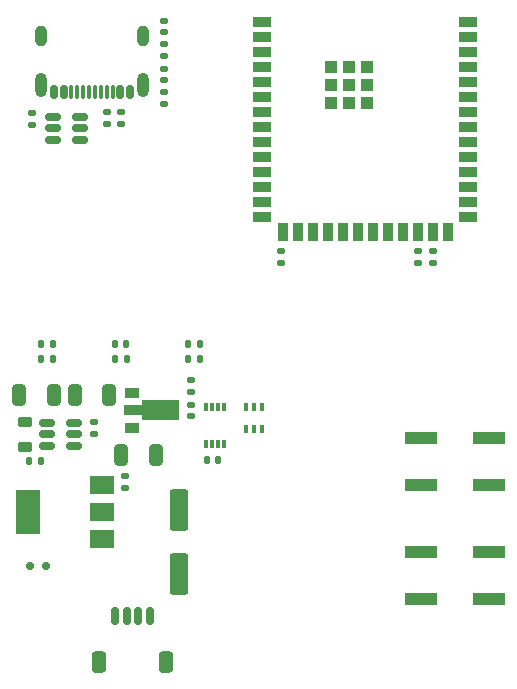
<source format=gtp>
G04 #@! TF.GenerationSoftware,KiCad,Pcbnew,8.0.6*
G04 #@! TF.CreationDate,2024-11-01T18:46:05+01:00*
G04 #@! TF.ProjectId,esp32s3board,65737033-3273-4336-926f-6172642e6b69,A*
G04 #@! TF.SameCoordinates,Original*
G04 #@! TF.FileFunction,Paste,Top*
G04 #@! TF.FilePolarity,Positive*
%FSLAX46Y46*%
G04 Gerber Fmt 4.6, Leading zero omitted, Abs format (unit mm)*
G04 Created by KiCad (PCBNEW 8.0.6) date 2024-11-01 18:46:05*
%MOMM*%
%LPD*%
G01*
G04 APERTURE LIST*
G04 Aperture macros list*
%AMRoundRect*
0 Rectangle with rounded corners*
0 $1 Rounding radius*
0 $2 $3 $4 $5 $6 $7 $8 $9 X,Y pos of 4 corners*
0 Add a 4 corners polygon primitive as box body*
4,1,4,$2,$3,$4,$5,$6,$7,$8,$9,$2,$3,0*
0 Add four circle primitives for the rounded corners*
1,1,$1+$1,$2,$3*
1,1,$1+$1,$4,$5*
1,1,$1+$1,$6,$7*
1,1,$1+$1,$8,$9*
0 Add four rect primitives between the rounded corners*
20,1,$1+$1,$2,$3,$4,$5,0*
20,1,$1+$1,$4,$5,$6,$7,0*
20,1,$1+$1,$6,$7,$8,$9,0*
20,1,$1+$1,$8,$9,$2,$3,0*%
%AMFreePoly0*
4,1,9,3.862500,-0.866500,0.737500,-0.866500,0.737500,-0.450000,-0.737500,-0.450000,-0.737500,0.450000,0.737500,0.450000,0.737500,0.866500,3.862500,0.866500,3.862500,-0.866500,3.862500,-0.866500,$1*%
G04 Aperture macros list end*
%ADD10RoundRect,0.140000X-0.170000X0.140000X-0.170000X-0.140000X0.170000X-0.140000X0.170000X0.140000X0*%
%ADD11RoundRect,0.135000X0.135000X0.185000X-0.135000X0.185000X-0.135000X-0.185000X0.135000X-0.185000X0*%
%ADD12RoundRect,0.147500X-0.147500X-0.172500X0.147500X-0.172500X0.147500X0.172500X-0.147500X0.172500X0*%
%ADD13RoundRect,0.135000X-0.185000X0.135000X-0.185000X-0.135000X0.185000X-0.135000X0.185000X0.135000X0*%
%ADD14RoundRect,0.250000X0.325000X0.650000X-0.325000X0.650000X-0.325000X-0.650000X0.325000X-0.650000X0*%
%ADD15RoundRect,0.140000X-0.140000X-0.170000X0.140000X-0.170000X0.140000X0.170000X-0.140000X0.170000X0*%
%ADD16RoundRect,0.150000X0.150000X0.425000X-0.150000X0.425000X-0.150000X-0.425000X0.150000X-0.425000X0*%
%ADD17RoundRect,0.075000X0.075000X0.500000X-0.075000X0.500000X-0.075000X-0.500000X0.075000X-0.500000X0*%
%ADD18O,1.000000X2.100000*%
%ADD19O,1.000000X1.800000*%
%ADD20RoundRect,0.150000X0.512500X0.150000X-0.512500X0.150000X-0.512500X-0.150000X0.512500X-0.150000X0*%
%ADD21RoundRect,0.140000X0.170000X-0.140000X0.170000X0.140000X-0.170000X0.140000X-0.170000X-0.140000X0*%
%ADD22R,2.750000X1.000000*%
%ADD23RoundRect,0.150000X0.150000X0.200000X-0.150000X0.200000X-0.150000X-0.200000X0.150000X-0.200000X0*%
%ADD24RoundRect,0.135000X0.185000X-0.135000X0.185000X0.135000X-0.185000X0.135000X-0.185000X-0.135000X0*%
%ADD25RoundRect,0.150000X-0.150000X-0.625000X0.150000X-0.625000X0.150000X0.625000X-0.150000X0.625000X0*%
%ADD26RoundRect,0.250000X-0.350000X-0.650000X0.350000X-0.650000X0.350000X0.650000X-0.350000X0.650000X0*%
%ADD27RoundRect,0.250000X-0.550000X1.500000X-0.550000X-1.500000X0.550000X-1.500000X0.550000X1.500000X0*%
%ADD28R,2.000000X1.500000*%
%ADD29R,2.000000X3.800000*%
%ADD30R,0.300000X0.800000*%
%ADD31RoundRect,0.140000X0.140000X0.170000X-0.140000X0.170000X-0.140000X-0.170000X0.140000X-0.170000X0*%
%ADD32R,1.300000X0.900000*%
%ADD33FreePoly0,0.000000*%
%ADD34R,0.400000X0.650000*%
%ADD35R,1.500000X0.900000*%
%ADD36R,0.900000X1.500000*%
%ADD37R,1.000000X1.000000*%
%ADD38RoundRect,0.218750X0.381250X-0.218750X0.381250X0.218750X-0.381250X0.218750X-0.381250X-0.218750X0*%
G04 APERTURE END LIST*
D10*
X94234000Y-39906000D03*
X94234000Y-40866000D03*
D11*
X97284000Y-64516000D03*
X96264000Y-64516000D03*
D12*
X96289000Y-63246000D03*
X97259000Y-63246000D03*
D13*
X90551000Y-43559000D03*
X90551000Y-44579000D03*
D14*
X93550000Y-72644000D03*
X90600000Y-72644000D03*
D15*
X82832000Y-73152000D03*
X83792000Y-73152000D03*
D13*
X89408000Y-43559000D03*
X89408000Y-44579000D03*
D16*
X91338000Y-41907000D03*
X90538000Y-41907000D03*
D17*
X89388000Y-41907000D03*
X88388000Y-41907000D03*
X87888000Y-41907000D03*
X86888000Y-41907000D03*
D16*
X85738000Y-41907000D03*
X84938000Y-41907000D03*
X84938000Y-41907000D03*
X85738000Y-41907000D03*
D17*
X86388000Y-41907000D03*
X87388000Y-41907000D03*
X88888000Y-41907000D03*
X89888000Y-41907000D03*
D16*
X90538000Y-41907000D03*
X91338000Y-41907000D03*
D18*
X92458000Y-41332000D03*
D19*
X92458000Y-37152000D03*
D18*
X83818000Y-41332000D03*
D19*
X83818000Y-37152000D03*
D20*
X87116500Y-45908000D03*
X87116500Y-44958000D03*
X87116500Y-44008000D03*
X84841500Y-44008000D03*
X84841500Y-44958000D03*
X84841500Y-45908000D03*
D21*
X94234000Y-36802000D03*
X94234000Y-35842000D03*
D22*
X115992000Y-80804000D03*
X121752000Y-80804000D03*
X115992000Y-84804000D03*
X121752000Y-84804000D03*
D11*
X91061000Y-64516000D03*
X90041000Y-64516000D03*
D23*
X82866000Y-82042000D03*
X84266000Y-82042000D03*
D21*
X96520000Y-69314000D03*
X96520000Y-68354000D03*
D24*
X90932000Y-75440000D03*
X90932000Y-74420000D03*
D25*
X90067000Y-86265000D03*
X91067000Y-86265000D03*
X92067000Y-86265000D03*
X93067000Y-86265000D03*
D26*
X88767000Y-90140000D03*
X94367000Y-90140000D03*
D27*
X95504000Y-77310000D03*
X95504000Y-82710000D03*
D28*
X89002000Y-79770000D03*
X89002000Y-77470000D03*
X89002000Y-75170000D03*
D29*
X82702000Y-77470000D03*
D30*
X97802000Y-71654000D03*
X98302000Y-71654000D03*
X98802000Y-71654000D03*
X99302000Y-71654000D03*
X99302000Y-68554000D03*
X98802000Y-68554000D03*
X98302000Y-68554000D03*
X97802000Y-68554000D03*
D31*
X98806000Y-73025000D03*
X97846000Y-73025000D03*
D13*
X83058000Y-43686000D03*
X83058000Y-44706000D03*
D32*
X91522000Y-67334000D03*
D33*
X91609500Y-68834000D03*
D32*
X91522000Y-70334000D03*
D13*
X96520000Y-66292000D03*
X96520000Y-67312000D03*
X116967000Y-55370000D03*
X116967000Y-56390000D03*
D22*
X115992000Y-71152000D03*
X121752000Y-71152000D03*
X115992000Y-75152000D03*
X121752000Y-75152000D03*
D12*
X83843000Y-63246000D03*
X84813000Y-63246000D03*
D20*
X86608500Y-71816000D03*
X86608500Y-70866000D03*
X86608500Y-69916000D03*
X84333500Y-69916000D03*
X84333500Y-70866000D03*
X84333500Y-71816000D03*
D24*
X94234000Y-42928000D03*
X94234000Y-41908000D03*
D34*
X102504000Y-68519000D03*
X101854000Y-68519000D03*
X101204000Y-68519000D03*
X101204000Y-70419000D03*
X101854000Y-70419000D03*
X102504000Y-70419000D03*
D14*
X84914000Y-67564000D03*
X81964000Y-67564000D03*
D12*
X90066000Y-63246000D03*
X91036000Y-63246000D03*
D11*
X84838000Y-64516000D03*
X83818000Y-64516000D03*
D13*
X94234000Y-37844000D03*
X94234000Y-38864000D03*
D24*
X104140000Y-56390000D03*
X104140000Y-55370000D03*
D35*
X102502000Y-35936000D03*
X102502000Y-37206000D03*
X102502000Y-38476000D03*
X102502000Y-39746000D03*
X102502000Y-41016000D03*
X102502000Y-42286000D03*
X102502000Y-43556000D03*
X102502000Y-44826000D03*
X102502000Y-46096000D03*
X102502000Y-47366000D03*
X102502000Y-48636000D03*
X102502000Y-49906000D03*
X102502000Y-51176000D03*
X102502000Y-52446000D03*
D36*
X104267000Y-53696000D03*
X105537000Y-53696000D03*
X106807000Y-53696000D03*
X108077000Y-53696000D03*
X109347000Y-53696000D03*
X110617000Y-53696000D03*
X111887000Y-53696000D03*
X113157000Y-53696000D03*
X114427000Y-53696000D03*
X115697000Y-53696000D03*
X116967000Y-53696000D03*
X118237000Y-53696000D03*
D35*
X120002000Y-52446000D03*
X120002000Y-51176000D03*
X120002000Y-49906000D03*
X120002000Y-48636000D03*
X120002000Y-47366000D03*
X120002000Y-46096000D03*
X120002000Y-44826000D03*
X120002000Y-43556000D03*
X120002000Y-42286000D03*
X120002000Y-41016000D03*
X120002000Y-39746000D03*
X120002000Y-38476000D03*
X120002000Y-37206000D03*
X120002000Y-35936000D03*
D37*
X108392000Y-39786000D03*
X108392000Y-41286000D03*
X108392000Y-41286000D03*
X108392000Y-42786000D03*
X109892000Y-39786000D03*
X109892000Y-39786000D03*
X109892000Y-41286000D03*
X109892000Y-42786000D03*
X111392000Y-39786000D03*
X111392000Y-41286000D03*
X111392000Y-42786000D03*
D13*
X115697000Y-55370000D03*
X115697000Y-56390000D03*
D24*
X88265000Y-70868000D03*
X88265000Y-69848000D03*
D38*
X82423000Y-71928500D03*
X82423000Y-69803500D03*
D14*
X89613000Y-67564000D03*
X86663000Y-67564000D03*
M02*

</source>
